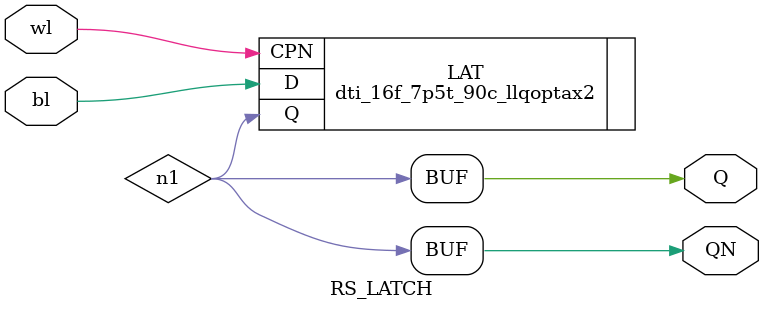
<source format=v>
`timescale 1ns/1ps

module RS_LATCH (
  input bl,
  input wl,
  output Q,
  output QN
);
  wire n1;
  dti_16f_7p5t_90c_llqoptax2 LAT ( .Q(n1), .CPN(wl), .D(bl) );
  assign Q = n1;
  assign QN = n1;
  
endmodule
</source>
